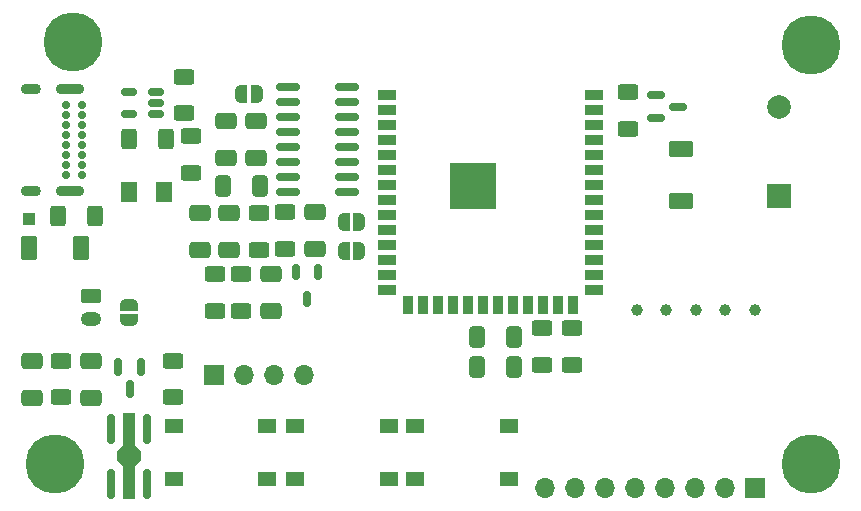
<source format=gts>
%TF.GenerationSoftware,KiCad,Pcbnew,8.0.5*%
%TF.CreationDate,2024-12-20T12:43:02-05:00*%
%TF.ProjectId,coffee-scale,636f6666-6565-42d7-9363-616c652e6b69,rev?*%
%TF.SameCoordinates,Original*%
%TF.FileFunction,Soldermask,Top*%
%TF.FilePolarity,Negative*%
%FSLAX46Y46*%
G04 Gerber Fmt 4.6, Leading zero omitted, Abs format (unit mm)*
G04 Created by KiCad (PCBNEW 8.0.5) date 2024-12-20 12:43:02*
%MOMM*%
%LPD*%
G01*
G04 APERTURE LIST*
G04 Aperture macros list*
%AMRoundRect*
0 Rectangle with rounded corners*
0 $1 Rounding radius*
0 $2 $3 $4 $5 $6 $7 $8 $9 X,Y pos of 4 corners*
0 Add a 4 corners polygon primitive as box body*
4,1,4,$2,$3,$4,$5,$6,$7,$8,$9,$2,$3,0*
0 Add four circle primitives for the rounded corners*
1,1,$1+$1,$2,$3*
1,1,$1+$1,$4,$5*
1,1,$1+$1,$6,$7*
1,1,$1+$1,$8,$9*
0 Add four rect primitives between the rounded corners*
20,1,$1+$1,$2,$3,$4,$5,0*
20,1,$1+$1,$4,$5,$6,$7,0*
20,1,$1+$1,$6,$7,$8,$9,0*
20,1,$1+$1,$8,$9,$2,$3,0*%
%AMFreePoly0*
4,1,19,0.500000,-0.750000,0.000000,-0.750000,0.000000,-0.744911,-0.071157,-0.744911,-0.207708,-0.704816,-0.327430,-0.627875,-0.420627,-0.520320,-0.479746,-0.390866,-0.500000,-0.250000,-0.500000,0.250000,-0.479746,0.390866,-0.420627,0.520320,-0.327430,0.627875,-0.207708,0.704816,-0.071157,0.744911,0.000000,0.744911,0.000000,0.750000,0.500000,0.750000,0.500000,-0.750000,0.500000,-0.750000,
$1*%
%AMFreePoly1*
4,1,19,0.000000,0.744911,0.071157,0.744911,0.207708,0.704816,0.327430,0.627875,0.420627,0.520320,0.479746,0.390866,0.500000,0.250000,0.500000,-0.250000,0.479746,-0.390866,0.420627,-0.520320,0.327430,-0.627875,0.207708,-0.704816,0.071157,-0.744911,0.000000,-0.744911,0.000000,-0.750000,-0.500000,-0.750000,-0.500000,0.750000,0.000000,0.750000,0.000000,0.744911,0.000000,0.744911,
$1*%
%AMFreePoly2*
4,1,13,0.900000,0.500000,3.600000,0.500000,3.600000,-0.500000,0.900000,-0.500000,0.400000,-1.000000,-0.400000,-1.000000,-0.900000,-0.500000,-3.600000,-0.500000,-3.600000,0.500000,-0.900000,0.500000,-0.400000,1.000000,0.400000,1.000000,0.900000,0.500000,0.900000,0.500000,$1*%
G04 Aperture macros list end*
%ADD10RoundRect,0.150000X-0.150000X0.512500X-0.150000X-0.512500X0.150000X-0.512500X0.150000X0.512500X0*%
%ADD11RoundRect,0.250000X-0.800000X0.450000X-0.800000X-0.450000X0.800000X-0.450000X0.800000X0.450000X0*%
%ADD12RoundRect,0.250000X-0.625000X0.350000X-0.625000X-0.350000X0.625000X-0.350000X0.625000X0.350000X0*%
%ADD13O,1.750000X1.200000*%
%ADD14RoundRect,0.250000X-0.625000X0.400000X-0.625000X-0.400000X0.625000X-0.400000X0.625000X0.400000X0*%
%ADD15C,1.000000*%
%ADD16R,1.700000X1.700000*%
%ADD17O,1.700000X1.700000*%
%ADD18RoundRect,0.250000X-0.412500X-0.650000X0.412500X-0.650000X0.412500X0.650000X-0.412500X0.650000X0*%
%ADD19FreePoly0,180.000000*%
%ADD20FreePoly1,180.000000*%
%ADD21RoundRect,0.250000X-0.450000X-0.800000X0.450000X-0.800000X0.450000X0.800000X-0.450000X0.800000X0*%
%ADD22RoundRect,0.150000X-0.850000X-0.150000X0.850000X-0.150000X0.850000X0.150000X-0.850000X0.150000X0*%
%ADD23RoundRect,0.175000X0.175000X-1.075000X0.175000X1.075000X-0.175000X1.075000X-0.175000X-1.075000X0*%
%ADD24FreePoly2,90.000000*%
%ADD25RoundRect,0.250000X-0.400000X-0.625000X0.400000X-0.625000X0.400000X0.625000X-0.400000X0.625000X0*%
%ADD26C,2.900000*%
%ADD27C,5.000000*%
%ADD28RoundRect,0.150000X0.512500X0.150000X-0.512500X0.150000X-0.512500X-0.150000X0.512500X-0.150000X0*%
%ADD29RoundRect,0.250000X0.625000X-0.400000X0.625000X0.400000X-0.625000X0.400000X-0.625000X-0.400000X0*%
%ADD30RoundRect,0.250000X0.650000X-0.412500X0.650000X0.412500X-0.650000X0.412500X-0.650000X-0.412500X0*%
%ADD31RoundRect,0.150000X-0.587500X-0.150000X0.587500X-0.150000X0.587500X0.150000X-0.587500X0.150000X0*%
%ADD32R,2.000000X2.000000*%
%ADD33C,2.000000*%
%ADD34RoundRect,0.250001X0.462499X0.624999X-0.462499X0.624999X-0.462499X-0.624999X0.462499X-0.624999X0*%
%ADD35C,0.700000*%
%ADD36O,2.400000X0.900000*%
%ADD37O,1.700000X0.900000*%
%ADD38R,1.550000X1.300000*%
%ADD39RoundRect,0.250000X-0.650000X0.412500X-0.650000X-0.412500X0.650000X-0.412500X0.650000X0.412500X0*%
%ADD40R,1.000000X1.000000*%
%ADD41RoundRect,0.150000X-0.150000X0.587500X-0.150000X-0.587500X0.150000X-0.587500X0.150000X0.587500X0*%
%ADD42RoundRect,0.250000X0.412500X0.650000X-0.412500X0.650000X-0.412500X-0.650000X0.412500X-0.650000X0*%
%ADD43R,1.500000X0.900000*%
%ADD44R,0.900000X1.500000*%
%ADD45C,0.600000*%
%ADD46R,3.900000X3.900000*%
%ADD47FreePoly0,90.000000*%
%ADD48FreePoly1,90.000000*%
%ADD49FreePoly0,0.000000*%
%ADD50FreePoly1,0.000000*%
G04 APERTURE END LIST*
D10*
%TO.C,Q2*%
X153750000Y-115750000D03*
X151850000Y-115750000D03*
X152800000Y-118025000D03*
%TD*%
D11*
%TO.C,D4*%
X184500000Y-105300000D03*
X184500000Y-109700000D03*
%TD*%
D12*
%TO.C,J3*%
X134500000Y-117750000D03*
D13*
X134500000Y-119750000D03*
%TD*%
D14*
%TO.C,R4*%
X142380000Y-99200000D03*
X142380000Y-102300000D03*
%TD*%
D15*
%TO.C,TP5*%
X180750000Y-119000000D03*
%TD*%
D16*
%TO.C,J1*%
X190790000Y-134000000D03*
D17*
X188250000Y-134000000D03*
X185710000Y-134000000D03*
X183170000Y-134000000D03*
X180630000Y-134000000D03*
X178090000Y-134000000D03*
X175550000Y-134000000D03*
X173010000Y-134000000D03*
%TD*%
D18*
%TO.C,C11*%
X167187500Y-121250000D03*
X170312500Y-121250000D03*
%TD*%
D14*
%TO.C,R1*%
X132000000Y-123250000D03*
X132000000Y-126350000D03*
%TD*%
D19*
%TO.C,JP3*%
X157250000Y-114000000D03*
D20*
X155950000Y-114000000D03*
%TD*%
D14*
%TO.C,R7*%
X151000000Y-110700000D03*
X151000000Y-113800000D03*
%TD*%
%TO.C,R2*%
X141500000Y-123250000D03*
X141500000Y-126350000D03*
%TD*%
D19*
%TO.C,JP1*%
X148550000Y-100687500D03*
D20*
X147250000Y-100687500D03*
%TD*%
D21*
%TO.C,D1*%
X129300000Y-113750000D03*
X133700000Y-113750000D03*
%TD*%
D22*
%TO.C,U2*%
X151250000Y-100055000D03*
X151250000Y-101325000D03*
X151250000Y-102595000D03*
X151250000Y-103865000D03*
X151250000Y-105135000D03*
X151250000Y-106405000D03*
X151250000Y-107675000D03*
X151250000Y-108945000D03*
X156250000Y-108945000D03*
X156250000Y-107675000D03*
X156250000Y-106405000D03*
X156250000Y-105135000D03*
X156250000Y-103865000D03*
X156250000Y-102595000D03*
X156250000Y-101325000D03*
X156250000Y-100055000D03*
%TD*%
D23*
%TO.C,U4*%
X136250000Y-133700000D03*
D24*
X137750000Y-131350000D03*
D23*
X139250000Y-133700000D03*
X139250000Y-129000000D03*
X136250000Y-129000000D03*
%TD*%
D25*
%TO.C,R9*%
X131750000Y-111000000D03*
X134850000Y-111000000D03*
%TD*%
D26*
%TO.C,H3*%
X195500000Y-96500000D03*
D27*
X195500000Y-96500000D03*
%TD*%
D15*
%TO.C,TP3*%
X185750000Y-119000000D03*
%TD*%
D28*
%TO.C,U3*%
X140025000Y-102400000D03*
X140025000Y-101450000D03*
X140025000Y-100500000D03*
X137750000Y-100500000D03*
X137750000Y-102400000D03*
%TD*%
D29*
%TO.C,R6*%
X145000000Y-119050000D03*
X145000000Y-115950000D03*
%TD*%
%TO.C,R8*%
X148750000Y-113875000D03*
X148750000Y-110775000D03*
%TD*%
D30*
%TO.C,C2*%
X134500000Y-126375000D03*
X134500000Y-123250000D03*
%TD*%
D31*
%TO.C,Q3*%
X182375000Y-100800000D03*
X182375000Y-102700000D03*
X184250000Y-101750000D03*
%TD*%
D32*
%TO.C,LS1*%
X192750000Y-109350000D03*
D33*
X192750000Y-101750000D03*
%TD*%
D34*
%TO.C,D2*%
X140725000Y-109000000D03*
X137750000Y-109000000D03*
%TD*%
D16*
%TO.C,J2*%
X144920000Y-124500000D03*
D17*
X147460000Y-124500000D03*
X150000000Y-124500000D03*
X152540000Y-124500000D03*
%TD*%
D30*
%TO.C,C9*%
X146250000Y-113875000D03*
X146250000Y-110750000D03*
%TD*%
D35*
%TO.C,J4*%
X133775000Y-101600000D03*
X133775000Y-102450000D03*
X133775000Y-103300000D03*
X133775000Y-104150000D03*
X133775000Y-105000000D03*
X133775000Y-105850000D03*
X133775000Y-106700000D03*
X133775000Y-107550000D03*
X132425000Y-107550000D03*
X132425000Y-106700000D03*
X132425000Y-105850000D03*
X132425000Y-105000000D03*
X132425000Y-104150000D03*
X132425000Y-103300000D03*
X132425000Y-102450000D03*
X132425000Y-101600000D03*
D36*
X132795000Y-100250000D03*
D37*
X129415000Y-100250000D03*
D36*
X132795000Y-108900000D03*
D37*
X129415000Y-108900000D03*
%TD*%
D38*
%TO.C,SW3*%
X162000000Y-128750000D03*
X169950000Y-128750000D03*
X162000000Y-133250000D03*
X169950000Y-133250000D03*
%TD*%
D39*
%TO.C,C6*%
X146000000Y-102937500D03*
X146000000Y-106062500D03*
%TD*%
D38*
%TO.C,SW1*%
X141525000Y-128750000D03*
X149475000Y-128750000D03*
X141525000Y-133250000D03*
X149475000Y-133250000D03*
%TD*%
%TO.C,SW2*%
X151775000Y-128750000D03*
X159725000Y-128750000D03*
X151775000Y-133250000D03*
X159725000Y-133250000D03*
%TD*%
D15*
%TO.C,TP1*%
X190750000Y-119000000D03*
%TD*%
D29*
%TO.C,R11*%
X180000000Y-103600000D03*
X180000000Y-100500000D03*
%TD*%
D25*
%TO.C,R10*%
X137750000Y-104500000D03*
X140850000Y-104500000D03*
%TD*%
D40*
%TO.C,TP6*%
X129250000Y-111250000D03*
%TD*%
D30*
%TO.C,C4*%
X153500000Y-113812500D03*
X153500000Y-110687500D03*
%TD*%
D29*
%TO.C,R3*%
X143000000Y-107350000D03*
X143000000Y-104250000D03*
%TD*%
%TO.C,R5*%
X147250000Y-119050000D03*
X147250000Y-115950000D03*
%TD*%
D41*
%TO.C,Q1*%
X138750000Y-123750000D03*
X136850000Y-123750000D03*
X137800000Y-125625000D03*
%TD*%
D42*
%TO.C,C10*%
X170312500Y-123750000D03*
X167187500Y-123750000D03*
%TD*%
D43*
%TO.C,U1*%
X159635000Y-100740000D03*
X159635000Y-102010000D03*
X159635000Y-103280000D03*
X159635000Y-104550000D03*
X159635000Y-105820000D03*
X159635000Y-107090000D03*
X159635000Y-108360000D03*
X159635000Y-109630000D03*
X159635000Y-110900000D03*
X159635000Y-112170000D03*
X159635000Y-113440000D03*
X159635000Y-114710000D03*
X159635000Y-115980000D03*
X159635000Y-117250000D03*
D44*
X161400000Y-118500000D03*
X162670000Y-118500000D03*
X163940000Y-118500000D03*
X165210000Y-118500000D03*
X166480000Y-118500000D03*
X167750000Y-118500000D03*
X169020000Y-118500000D03*
X170290000Y-118500000D03*
X171560000Y-118500000D03*
X172830000Y-118500000D03*
X174100000Y-118500000D03*
X175370000Y-118500000D03*
D43*
X177135000Y-117250000D03*
X177135000Y-115980000D03*
X177135000Y-114710000D03*
X177135000Y-113440000D03*
X177135000Y-112170000D03*
X177135000Y-110900000D03*
X177135000Y-109630000D03*
X177135000Y-108360000D03*
X177135000Y-107090000D03*
X177135000Y-105820000D03*
X177135000Y-104550000D03*
X177135000Y-103280000D03*
X177135000Y-102010000D03*
X177135000Y-100740000D03*
D45*
X165485000Y-107760000D03*
X165485000Y-109160000D03*
X166185000Y-107060000D03*
X166185000Y-108460000D03*
X166185000Y-109860000D03*
X166885000Y-107760000D03*
D46*
X166885000Y-108460000D03*
D45*
X166885000Y-109160000D03*
X167585000Y-107060000D03*
X167585000Y-108460000D03*
X167585000Y-109860000D03*
X168285000Y-107760000D03*
X168285000Y-109160000D03*
%TD*%
D47*
%TO.C,JP4*%
X137750000Y-119800000D03*
D48*
X137750000Y-118500000D03*
%TD*%
D14*
%TO.C,R12*%
X172750000Y-120500000D03*
X172750000Y-123600000D03*
%TD*%
D49*
%TO.C,JP2*%
X155950000Y-111500000D03*
D50*
X157250000Y-111500000D03*
%TD*%
D29*
%TO.C,R13*%
X175250000Y-123600000D03*
X175250000Y-120500000D03*
%TD*%
D39*
%TO.C,C1*%
X129500000Y-123250000D03*
X129500000Y-126375000D03*
%TD*%
D26*
%TO.C,H4*%
X195500000Y-132000000D03*
D27*
X195500000Y-132000000D03*
%TD*%
D39*
%TO.C,C7*%
X149750000Y-115937500D03*
X149750000Y-119062500D03*
%TD*%
D26*
%TO.C,H2*%
X131500000Y-132000000D03*
D27*
X131500000Y-132000000D03*
%TD*%
D39*
%TO.C,C8*%
X143750000Y-110750000D03*
X143750000Y-113875000D03*
%TD*%
%TO.C,C5*%
X148500000Y-102937500D03*
X148500000Y-106062500D03*
%TD*%
D15*
%TO.C,TP2*%
X188250000Y-119000000D03*
%TD*%
%TO.C,TP4*%
X183250000Y-119000000D03*
%TD*%
D26*
%TO.C,H1*%
X133000000Y-96250000D03*
D27*
X133000000Y-96250000D03*
%TD*%
D18*
%TO.C,C3*%
X145687500Y-108437500D03*
X148812500Y-108437500D03*
%TD*%
M02*

</source>
